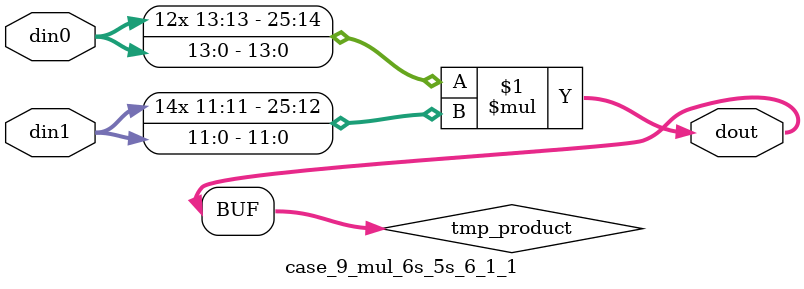
<source format=v>

`timescale 1 ns / 1 ps

 module case_9_mul_6s_5s_6_1_1(din0, din1, dout);
parameter ID = 1;
parameter NUM_STAGE = 0;
parameter din0_WIDTH = 14;
parameter din1_WIDTH = 12;
parameter dout_WIDTH = 26;

input [din0_WIDTH - 1 : 0] din0; 
input [din1_WIDTH - 1 : 0] din1; 
output [dout_WIDTH - 1 : 0] dout;

wire signed [dout_WIDTH - 1 : 0] tmp_product;



























assign tmp_product = $signed(din0) * $signed(din1);








assign dout = tmp_product;





















endmodule

</source>
